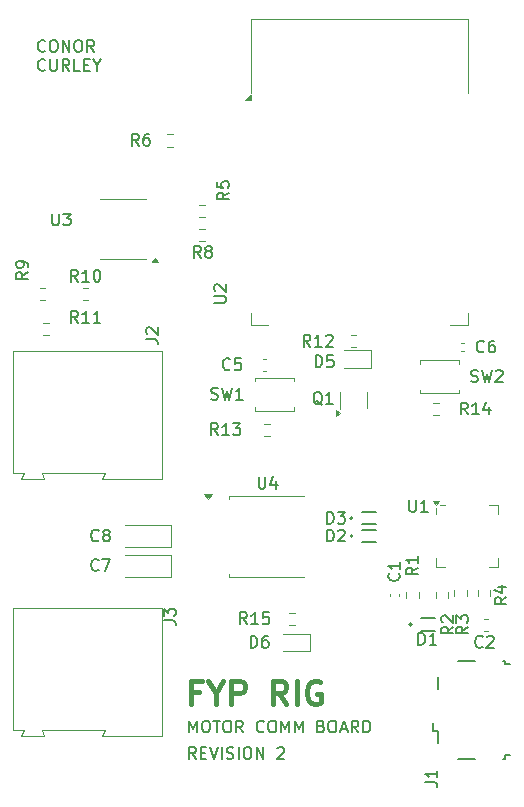
<source format=gbr>
%TF.GenerationSoftware,KiCad,Pcbnew,8.0.7*%
%TF.CreationDate,2025-02-14T15:53:52+00:00*%
%TF.ProjectId,FYP_Motor_R2,4659505f-4d6f-4746-9f72-5f52322e6b69,rev?*%
%TF.SameCoordinates,Original*%
%TF.FileFunction,Legend,Top*%
%TF.FilePolarity,Positive*%
%FSLAX46Y46*%
G04 Gerber Fmt 4.6, Leading zero omitted, Abs format (unit mm)*
G04 Created by KiCad (PCBNEW 8.0.7) date 2025-02-14 15:53:52*
%MOMM*%
%LPD*%
G01*
G04 APERTURE LIST*
%ADD10C,0.150000*%
%ADD11C,0.400000*%
%ADD12C,0.160000*%
%ADD13C,0.120000*%
%ADD14C,0.127000*%
%ADD15C,0.200000*%
G04 APERTURE END LIST*
D10*
X101158207Y-92369819D02*
X100824874Y-91893628D01*
X100586779Y-92369819D02*
X100586779Y-91369819D01*
X100586779Y-91369819D02*
X100967731Y-91369819D01*
X100967731Y-91369819D02*
X101062969Y-91417438D01*
X101062969Y-91417438D02*
X101110588Y-91465057D01*
X101110588Y-91465057D02*
X101158207Y-91560295D01*
X101158207Y-91560295D02*
X101158207Y-91703152D01*
X101158207Y-91703152D02*
X101110588Y-91798390D01*
X101110588Y-91798390D02*
X101062969Y-91846009D01*
X101062969Y-91846009D02*
X100967731Y-91893628D01*
X100967731Y-91893628D02*
X100586779Y-91893628D01*
X101586779Y-91846009D02*
X101920112Y-91846009D01*
X102062969Y-92369819D02*
X101586779Y-92369819D01*
X101586779Y-92369819D02*
X101586779Y-91369819D01*
X101586779Y-91369819D02*
X102062969Y-91369819D01*
X102348684Y-91369819D02*
X102682017Y-92369819D01*
X102682017Y-92369819D02*
X103015350Y-91369819D01*
X103348684Y-92369819D02*
X103348684Y-91369819D01*
X103777255Y-92322200D02*
X103920112Y-92369819D01*
X103920112Y-92369819D02*
X104158207Y-92369819D01*
X104158207Y-92369819D02*
X104253445Y-92322200D01*
X104253445Y-92322200D02*
X104301064Y-92274580D01*
X104301064Y-92274580D02*
X104348683Y-92179342D01*
X104348683Y-92179342D02*
X104348683Y-92084104D01*
X104348683Y-92084104D02*
X104301064Y-91988866D01*
X104301064Y-91988866D02*
X104253445Y-91941247D01*
X104253445Y-91941247D02*
X104158207Y-91893628D01*
X104158207Y-91893628D02*
X103967731Y-91846009D01*
X103967731Y-91846009D02*
X103872493Y-91798390D01*
X103872493Y-91798390D02*
X103824874Y-91750771D01*
X103824874Y-91750771D02*
X103777255Y-91655533D01*
X103777255Y-91655533D02*
X103777255Y-91560295D01*
X103777255Y-91560295D02*
X103824874Y-91465057D01*
X103824874Y-91465057D02*
X103872493Y-91417438D01*
X103872493Y-91417438D02*
X103967731Y-91369819D01*
X103967731Y-91369819D02*
X104205826Y-91369819D01*
X104205826Y-91369819D02*
X104348683Y-91417438D01*
X104777255Y-92369819D02*
X104777255Y-91369819D01*
X105443921Y-91369819D02*
X105634397Y-91369819D01*
X105634397Y-91369819D02*
X105729635Y-91417438D01*
X105729635Y-91417438D02*
X105824873Y-91512676D01*
X105824873Y-91512676D02*
X105872492Y-91703152D01*
X105872492Y-91703152D02*
X105872492Y-92036485D01*
X105872492Y-92036485D02*
X105824873Y-92226961D01*
X105824873Y-92226961D02*
X105729635Y-92322200D01*
X105729635Y-92322200D02*
X105634397Y-92369819D01*
X105634397Y-92369819D02*
X105443921Y-92369819D01*
X105443921Y-92369819D02*
X105348683Y-92322200D01*
X105348683Y-92322200D02*
X105253445Y-92226961D01*
X105253445Y-92226961D02*
X105205826Y-92036485D01*
X105205826Y-92036485D02*
X105205826Y-91703152D01*
X105205826Y-91703152D02*
X105253445Y-91512676D01*
X105253445Y-91512676D02*
X105348683Y-91417438D01*
X105348683Y-91417438D02*
X105443921Y-91369819D01*
X106301064Y-92369819D02*
X106301064Y-91369819D01*
X106301064Y-91369819D02*
X106872492Y-92369819D01*
X106872492Y-92369819D02*
X106872492Y-91369819D01*
X108062969Y-91465057D02*
X108110588Y-91417438D01*
X108110588Y-91417438D02*
X108205826Y-91369819D01*
X108205826Y-91369819D02*
X108443921Y-91369819D01*
X108443921Y-91369819D02*
X108539159Y-91417438D01*
X108539159Y-91417438D02*
X108586778Y-91465057D01*
X108586778Y-91465057D02*
X108634397Y-91560295D01*
X108634397Y-91560295D02*
X108634397Y-91655533D01*
X108634397Y-91655533D02*
X108586778Y-91798390D01*
X108586778Y-91798390D02*
X108015350Y-92369819D01*
X108015350Y-92369819D02*
X108634397Y-92369819D01*
X88408207Y-32414636D02*
X88360588Y-32462256D01*
X88360588Y-32462256D02*
X88217731Y-32509875D01*
X88217731Y-32509875D02*
X88122493Y-32509875D01*
X88122493Y-32509875D02*
X87979636Y-32462256D01*
X87979636Y-32462256D02*
X87884398Y-32367017D01*
X87884398Y-32367017D02*
X87836779Y-32271779D01*
X87836779Y-32271779D02*
X87789160Y-32081303D01*
X87789160Y-32081303D02*
X87789160Y-31938446D01*
X87789160Y-31938446D02*
X87836779Y-31747970D01*
X87836779Y-31747970D02*
X87884398Y-31652732D01*
X87884398Y-31652732D02*
X87979636Y-31557494D01*
X87979636Y-31557494D02*
X88122493Y-31509875D01*
X88122493Y-31509875D02*
X88217731Y-31509875D01*
X88217731Y-31509875D02*
X88360588Y-31557494D01*
X88360588Y-31557494D02*
X88408207Y-31605113D01*
X89027255Y-31509875D02*
X89217731Y-31509875D01*
X89217731Y-31509875D02*
X89312969Y-31557494D01*
X89312969Y-31557494D02*
X89408207Y-31652732D01*
X89408207Y-31652732D02*
X89455826Y-31843208D01*
X89455826Y-31843208D02*
X89455826Y-32176541D01*
X89455826Y-32176541D02*
X89408207Y-32367017D01*
X89408207Y-32367017D02*
X89312969Y-32462256D01*
X89312969Y-32462256D02*
X89217731Y-32509875D01*
X89217731Y-32509875D02*
X89027255Y-32509875D01*
X89027255Y-32509875D02*
X88932017Y-32462256D01*
X88932017Y-32462256D02*
X88836779Y-32367017D01*
X88836779Y-32367017D02*
X88789160Y-32176541D01*
X88789160Y-32176541D02*
X88789160Y-31843208D01*
X88789160Y-31843208D02*
X88836779Y-31652732D01*
X88836779Y-31652732D02*
X88932017Y-31557494D01*
X88932017Y-31557494D02*
X89027255Y-31509875D01*
X89884398Y-32509875D02*
X89884398Y-31509875D01*
X89884398Y-31509875D02*
X90455826Y-32509875D01*
X90455826Y-32509875D02*
X90455826Y-31509875D01*
X91122493Y-31509875D02*
X91312969Y-31509875D01*
X91312969Y-31509875D02*
X91408207Y-31557494D01*
X91408207Y-31557494D02*
X91503445Y-31652732D01*
X91503445Y-31652732D02*
X91551064Y-31843208D01*
X91551064Y-31843208D02*
X91551064Y-32176541D01*
X91551064Y-32176541D02*
X91503445Y-32367017D01*
X91503445Y-32367017D02*
X91408207Y-32462256D01*
X91408207Y-32462256D02*
X91312969Y-32509875D01*
X91312969Y-32509875D02*
X91122493Y-32509875D01*
X91122493Y-32509875D02*
X91027255Y-32462256D01*
X91027255Y-32462256D02*
X90932017Y-32367017D01*
X90932017Y-32367017D02*
X90884398Y-32176541D01*
X90884398Y-32176541D02*
X90884398Y-31843208D01*
X90884398Y-31843208D02*
X90932017Y-31652732D01*
X90932017Y-31652732D02*
X91027255Y-31557494D01*
X91027255Y-31557494D02*
X91122493Y-31509875D01*
X92551064Y-32509875D02*
X92217731Y-32033684D01*
X91979636Y-32509875D02*
X91979636Y-31509875D01*
X91979636Y-31509875D02*
X92360588Y-31509875D01*
X92360588Y-31509875D02*
X92455826Y-31557494D01*
X92455826Y-31557494D02*
X92503445Y-31605113D01*
X92503445Y-31605113D02*
X92551064Y-31700351D01*
X92551064Y-31700351D02*
X92551064Y-31843208D01*
X92551064Y-31843208D02*
X92503445Y-31938446D01*
X92503445Y-31938446D02*
X92455826Y-31986065D01*
X92455826Y-31986065D02*
X92360588Y-32033684D01*
X92360588Y-32033684D02*
X91979636Y-32033684D01*
X88408207Y-34024580D02*
X88360588Y-34072200D01*
X88360588Y-34072200D02*
X88217731Y-34119819D01*
X88217731Y-34119819D02*
X88122493Y-34119819D01*
X88122493Y-34119819D02*
X87979636Y-34072200D01*
X87979636Y-34072200D02*
X87884398Y-33976961D01*
X87884398Y-33976961D02*
X87836779Y-33881723D01*
X87836779Y-33881723D02*
X87789160Y-33691247D01*
X87789160Y-33691247D02*
X87789160Y-33548390D01*
X87789160Y-33548390D02*
X87836779Y-33357914D01*
X87836779Y-33357914D02*
X87884398Y-33262676D01*
X87884398Y-33262676D02*
X87979636Y-33167438D01*
X87979636Y-33167438D02*
X88122493Y-33119819D01*
X88122493Y-33119819D02*
X88217731Y-33119819D01*
X88217731Y-33119819D02*
X88360588Y-33167438D01*
X88360588Y-33167438D02*
X88408207Y-33215057D01*
X88836779Y-33119819D02*
X88836779Y-33929342D01*
X88836779Y-33929342D02*
X88884398Y-34024580D01*
X88884398Y-34024580D02*
X88932017Y-34072200D01*
X88932017Y-34072200D02*
X89027255Y-34119819D01*
X89027255Y-34119819D02*
X89217731Y-34119819D01*
X89217731Y-34119819D02*
X89312969Y-34072200D01*
X89312969Y-34072200D02*
X89360588Y-34024580D01*
X89360588Y-34024580D02*
X89408207Y-33929342D01*
X89408207Y-33929342D02*
X89408207Y-33119819D01*
X90455826Y-34119819D02*
X90122493Y-33643628D01*
X89884398Y-34119819D02*
X89884398Y-33119819D01*
X89884398Y-33119819D02*
X90265350Y-33119819D01*
X90265350Y-33119819D02*
X90360588Y-33167438D01*
X90360588Y-33167438D02*
X90408207Y-33215057D01*
X90408207Y-33215057D02*
X90455826Y-33310295D01*
X90455826Y-33310295D02*
X90455826Y-33453152D01*
X90455826Y-33453152D02*
X90408207Y-33548390D01*
X90408207Y-33548390D02*
X90360588Y-33596009D01*
X90360588Y-33596009D02*
X90265350Y-33643628D01*
X90265350Y-33643628D02*
X89884398Y-33643628D01*
X91360588Y-34119819D02*
X90884398Y-34119819D01*
X90884398Y-34119819D02*
X90884398Y-33119819D01*
X91693922Y-33596009D02*
X92027255Y-33596009D01*
X92170112Y-34119819D02*
X91693922Y-34119819D01*
X91693922Y-34119819D02*
X91693922Y-33119819D01*
X91693922Y-33119819D02*
X92170112Y-33119819D01*
X92789160Y-33643628D02*
X92789160Y-34119819D01*
X92455827Y-33119819D02*
X92789160Y-33643628D01*
X92789160Y-33643628D02*
X93122493Y-33119819D01*
D11*
X101406014Y-86686819D02*
X100739347Y-86686819D01*
X100739347Y-87734438D02*
X100739347Y-85734438D01*
X100739347Y-85734438D02*
X101691728Y-85734438D01*
X102834585Y-86782057D02*
X102834585Y-87734438D01*
X102167919Y-85734438D02*
X102834585Y-86782057D01*
X102834585Y-86782057D02*
X103501252Y-85734438D01*
X104167919Y-87734438D02*
X104167919Y-85734438D01*
X104167919Y-85734438D02*
X104929824Y-85734438D01*
X104929824Y-85734438D02*
X105120300Y-85829676D01*
X105120300Y-85829676D02*
X105215538Y-85924914D01*
X105215538Y-85924914D02*
X105310776Y-86115390D01*
X105310776Y-86115390D02*
X105310776Y-86401104D01*
X105310776Y-86401104D02*
X105215538Y-86591580D01*
X105215538Y-86591580D02*
X105120300Y-86686819D01*
X105120300Y-86686819D02*
X104929824Y-86782057D01*
X104929824Y-86782057D02*
X104167919Y-86782057D01*
X108834586Y-87734438D02*
X108167919Y-86782057D01*
X107691729Y-87734438D02*
X107691729Y-85734438D01*
X107691729Y-85734438D02*
X108453634Y-85734438D01*
X108453634Y-85734438D02*
X108644110Y-85829676D01*
X108644110Y-85829676D02*
X108739348Y-85924914D01*
X108739348Y-85924914D02*
X108834586Y-86115390D01*
X108834586Y-86115390D02*
X108834586Y-86401104D01*
X108834586Y-86401104D02*
X108739348Y-86591580D01*
X108739348Y-86591580D02*
X108644110Y-86686819D01*
X108644110Y-86686819D02*
X108453634Y-86782057D01*
X108453634Y-86782057D02*
X107691729Y-86782057D01*
X109691729Y-87734438D02*
X109691729Y-85734438D01*
X111691729Y-85829676D02*
X111501253Y-85734438D01*
X111501253Y-85734438D02*
X111215539Y-85734438D01*
X111215539Y-85734438D02*
X110929824Y-85829676D01*
X110929824Y-85829676D02*
X110739348Y-86020152D01*
X110739348Y-86020152D02*
X110644110Y-86210628D01*
X110644110Y-86210628D02*
X110548872Y-86591580D01*
X110548872Y-86591580D02*
X110548872Y-86877295D01*
X110548872Y-86877295D02*
X110644110Y-87258247D01*
X110644110Y-87258247D02*
X110739348Y-87448723D01*
X110739348Y-87448723D02*
X110929824Y-87639200D01*
X110929824Y-87639200D02*
X111215539Y-87734438D01*
X111215539Y-87734438D02*
X111406015Y-87734438D01*
X111406015Y-87734438D02*
X111691729Y-87639200D01*
X111691729Y-87639200D02*
X111786967Y-87543961D01*
X111786967Y-87543961D02*
X111786967Y-86877295D01*
X111786967Y-86877295D02*
X111406015Y-86877295D01*
D10*
X100586779Y-90119819D02*
X100586779Y-89119819D01*
X100586779Y-89119819D02*
X100920112Y-89834104D01*
X100920112Y-89834104D02*
X101253445Y-89119819D01*
X101253445Y-89119819D02*
X101253445Y-90119819D01*
X101920112Y-89119819D02*
X102110588Y-89119819D01*
X102110588Y-89119819D02*
X102205826Y-89167438D01*
X102205826Y-89167438D02*
X102301064Y-89262676D01*
X102301064Y-89262676D02*
X102348683Y-89453152D01*
X102348683Y-89453152D02*
X102348683Y-89786485D01*
X102348683Y-89786485D02*
X102301064Y-89976961D01*
X102301064Y-89976961D02*
X102205826Y-90072200D01*
X102205826Y-90072200D02*
X102110588Y-90119819D01*
X102110588Y-90119819D02*
X101920112Y-90119819D01*
X101920112Y-90119819D02*
X101824874Y-90072200D01*
X101824874Y-90072200D02*
X101729636Y-89976961D01*
X101729636Y-89976961D02*
X101682017Y-89786485D01*
X101682017Y-89786485D02*
X101682017Y-89453152D01*
X101682017Y-89453152D02*
X101729636Y-89262676D01*
X101729636Y-89262676D02*
X101824874Y-89167438D01*
X101824874Y-89167438D02*
X101920112Y-89119819D01*
X102634398Y-89119819D02*
X103205826Y-89119819D01*
X102920112Y-90119819D02*
X102920112Y-89119819D01*
X103729636Y-89119819D02*
X103920112Y-89119819D01*
X103920112Y-89119819D02*
X104015350Y-89167438D01*
X104015350Y-89167438D02*
X104110588Y-89262676D01*
X104110588Y-89262676D02*
X104158207Y-89453152D01*
X104158207Y-89453152D02*
X104158207Y-89786485D01*
X104158207Y-89786485D02*
X104110588Y-89976961D01*
X104110588Y-89976961D02*
X104015350Y-90072200D01*
X104015350Y-90072200D02*
X103920112Y-90119819D01*
X103920112Y-90119819D02*
X103729636Y-90119819D01*
X103729636Y-90119819D02*
X103634398Y-90072200D01*
X103634398Y-90072200D02*
X103539160Y-89976961D01*
X103539160Y-89976961D02*
X103491541Y-89786485D01*
X103491541Y-89786485D02*
X103491541Y-89453152D01*
X103491541Y-89453152D02*
X103539160Y-89262676D01*
X103539160Y-89262676D02*
X103634398Y-89167438D01*
X103634398Y-89167438D02*
X103729636Y-89119819D01*
X105158207Y-90119819D02*
X104824874Y-89643628D01*
X104586779Y-90119819D02*
X104586779Y-89119819D01*
X104586779Y-89119819D02*
X104967731Y-89119819D01*
X104967731Y-89119819D02*
X105062969Y-89167438D01*
X105062969Y-89167438D02*
X105110588Y-89215057D01*
X105110588Y-89215057D02*
X105158207Y-89310295D01*
X105158207Y-89310295D02*
X105158207Y-89453152D01*
X105158207Y-89453152D02*
X105110588Y-89548390D01*
X105110588Y-89548390D02*
X105062969Y-89596009D01*
X105062969Y-89596009D02*
X104967731Y-89643628D01*
X104967731Y-89643628D02*
X104586779Y-89643628D01*
X106920112Y-90024580D02*
X106872493Y-90072200D01*
X106872493Y-90072200D02*
X106729636Y-90119819D01*
X106729636Y-90119819D02*
X106634398Y-90119819D01*
X106634398Y-90119819D02*
X106491541Y-90072200D01*
X106491541Y-90072200D02*
X106396303Y-89976961D01*
X106396303Y-89976961D02*
X106348684Y-89881723D01*
X106348684Y-89881723D02*
X106301065Y-89691247D01*
X106301065Y-89691247D02*
X106301065Y-89548390D01*
X106301065Y-89548390D02*
X106348684Y-89357914D01*
X106348684Y-89357914D02*
X106396303Y-89262676D01*
X106396303Y-89262676D02*
X106491541Y-89167438D01*
X106491541Y-89167438D02*
X106634398Y-89119819D01*
X106634398Y-89119819D02*
X106729636Y-89119819D01*
X106729636Y-89119819D02*
X106872493Y-89167438D01*
X106872493Y-89167438D02*
X106920112Y-89215057D01*
X107539160Y-89119819D02*
X107729636Y-89119819D01*
X107729636Y-89119819D02*
X107824874Y-89167438D01*
X107824874Y-89167438D02*
X107920112Y-89262676D01*
X107920112Y-89262676D02*
X107967731Y-89453152D01*
X107967731Y-89453152D02*
X107967731Y-89786485D01*
X107967731Y-89786485D02*
X107920112Y-89976961D01*
X107920112Y-89976961D02*
X107824874Y-90072200D01*
X107824874Y-90072200D02*
X107729636Y-90119819D01*
X107729636Y-90119819D02*
X107539160Y-90119819D01*
X107539160Y-90119819D02*
X107443922Y-90072200D01*
X107443922Y-90072200D02*
X107348684Y-89976961D01*
X107348684Y-89976961D02*
X107301065Y-89786485D01*
X107301065Y-89786485D02*
X107301065Y-89453152D01*
X107301065Y-89453152D02*
X107348684Y-89262676D01*
X107348684Y-89262676D02*
X107443922Y-89167438D01*
X107443922Y-89167438D02*
X107539160Y-89119819D01*
X108396303Y-90119819D02*
X108396303Y-89119819D01*
X108396303Y-89119819D02*
X108729636Y-89834104D01*
X108729636Y-89834104D02*
X109062969Y-89119819D01*
X109062969Y-89119819D02*
X109062969Y-90119819D01*
X109539160Y-90119819D02*
X109539160Y-89119819D01*
X109539160Y-89119819D02*
X109872493Y-89834104D01*
X109872493Y-89834104D02*
X110205826Y-89119819D01*
X110205826Y-89119819D02*
X110205826Y-90119819D01*
X111777255Y-89596009D02*
X111920112Y-89643628D01*
X111920112Y-89643628D02*
X111967731Y-89691247D01*
X111967731Y-89691247D02*
X112015350Y-89786485D01*
X112015350Y-89786485D02*
X112015350Y-89929342D01*
X112015350Y-89929342D02*
X111967731Y-90024580D01*
X111967731Y-90024580D02*
X111920112Y-90072200D01*
X111920112Y-90072200D02*
X111824874Y-90119819D01*
X111824874Y-90119819D02*
X111443922Y-90119819D01*
X111443922Y-90119819D02*
X111443922Y-89119819D01*
X111443922Y-89119819D02*
X111777255Y-89119819D01*
X111777255Y-89119819D02*
X111872493Y-89167438D01*
X111872493Y-89167438D02*
X111920112Y-89215057D01*
X111920112Y-89215057D02*
X111967731Y-89310295D01*
X111967731Y-89310295D02*
X111967731Y-89405533D01*
X111967731Y-89405533D02*
X111920112Y-89500771D01*
X111920112Y-89500771D02*
X111872493Y-89548390D01*
X111872493Y-89548390D02*
X111777255Y-89596009D01*
X111777255Y-89596009D02*
X111443922Y-89596009D01*
X112634398Y-89119819D02*
X112824874Y-89119819D01*
X112824874Y-89119819D02*
X112920112Y-89167438D01*
X112920112Y-89167438D02*
X113015350Y-89262676D01*
X113015350Y-89262676D02*
X113062969Y-89453152D01*
X113062969Y-89453152D02*
X113062969Y-89786485D01*
X113062969Y-89786485D02*
X113015350Y-89976961D01*
X113015350Y-89976961D02*
X112920112Y-90072200D01*
X112920112Y-90072200D02*
X112824874Y-90119819D01*
X112824874Y-90119819D02*
X112634398Y-90119819D01*
X112634398Y-90119819D02*
X112539160Y-90072200D01*
X112539160Y-90072200D02*
X112443922Y-89976961D01*
X112443922Y-89976961D02*
X112396303Y-89786485D01*
X112396303Y-89786485D02*
X112396303Y-89453152D01*
X112396303Y-89453152D02*
X112443922Y-89262676D01*
X112443922Y-89262676D02*
X112539160Y-89167438D01*
X112539160Y-89167438D02*
X112634398Y-89119819D01*
X113443922Y-89834104D02*
X113920112Y-89834104D01*
X113348684Y-90119819D02*
X113682017Y-89119819D01*
X113682017Y-89119819D02*
X114015350Y-90119819D01*
X114920112Y-90119819D02*
X114586779Y-89643628D01*
X114348684Y-90119819D02*
X114348684Y-89119819D01*
X114348684Y-89119819D02*
X114729636Y-89119819D01*
X114729636Y-89119819D02*
X114824874Y-89167438D01*
X114824874Y-89167438D02*
X114872493Y-89215057D01*
X114872493Y-89215057D02*
X114920112Y-89310295D01*
X114920112Y-89310295D02*
X114920112Y-89453152D01*
X114920112Y-89453152D02*
X114872493Y-89548390D01*
X114872493Y-89548390D02*
X114824874Y-89596009D01*
X114824874Y-89596009D02*
X114729636Y-89643628D01*
X114729636Y-89643628D02*
X114348684Y-89643628D01*
X115348684Y-90119819D02*
X115348684Y-89119819D01*
X115348684Y-89119819D02*
X115586779Y-89119819D01*
X115586779Y-89119819D02*
X115729636Y-89167438D01*
X115729636Y-89167438D02*
X115824874Y-89262676D01*
X115824874Y-89262676D02*
X115872493Y-89357914D01*
X115872493Y-89357914D02*
X115920112Y-89548390D01*
X115920112Y-89548390D02*
X115920112Y-89691247D01*
X115920112Y-89691247D02*
X115872493Y-89881723D01*
X115872493Y-89881723D02*
X115824874Y-89976961D01*
X115824874Y-89976961D02*
X115729636Y-90072200D01*
X115729636Y-90072200D02*
X115586779Y-90119819D01*
X115586779Y-90119819D02*
X115348684Y-90119819D01*
X125563333Y-57859580D02*
X125515714Y-57907200D01*
X125515714Y-57907200D02*
X125372857Y-57954819D01*
X125372857Y-57954819D02*
X125277619Y-57954819D01*
X125277619Y-57954819D02*
X125134762Y-57907200D01*
X125134762Y-57907200D02*
X125039524Y-57811961D01*
X125039524Y-57811961D02*
X124991905Y-57716723D01*
X124991905Y-57716723D02*
X124944286Y-57526247D01*
X124944286Y-57526247D02*
X124944286Y-57383390D01*
X124944286Y-57383390D02*
X124991905Y-57192914D01*
X124991905Y-57192914D02*
X125039524Y-57097676D01*
X125039524Y-57097676D02*
X125134762Y-57002438D01*
X125134762Y-57002438D02*
X125277619Y-56954819D01*
X125277619Y-56954819D02*
X125372857Y-56954819D01*
X125372857Y-56954819D02*
X125515714Y-57002438D01*
X125515714Y-57002438D02*
X125563333Y-57050057D01*
X126420476Y-56954819D02*
X126230000Y-56954819D01*
X126230000Y-56954819D02*
X126134762Y-57002438D01*
X126134762Y-57002438D02*
X126087143Y-57050057D01*
X126087143Y-57050057D02*
X125991905Y-57192914D01*
X125991905Y-57192914D02*
X125944286Y-57383390D01*
X125944286Y-57383390D02*
X125944286Y-57764342D01*
X125944286Y-57764342D02*
X125991905Y-57859580D01*
X125991905Y-57859580D02*
X126039524Y-57907200D01*
X126039524Y-57907200D02*
X126134762Y-57954819D01*
X126134762Y-57954819D02*
X126325238Y-57954819D01*
X126325238Y-57954819D02*
X126420476Y-57907200D01*
X126420476Y-57907200D02*
X126468095Y-57859580D01*
X126468095Y-57859580D02*
X126515714Y-57764342D01*
X126515714Y-57764342D02*
X126515714Y-57526247D01*
X126515714Y-57526247D02*
X126468095Y-57431009D01*
X126468095Y-57431009D02*
X126420476Y-57383390D01*
X126420476Y-57383390D02*
X126325238Y-57335771D01*
X126325238Y-57335771D02*
X126134762Y-57335771D01*
X126134762Y-57335771D02*
X126039524Y-57383390D01*
X126039524Y-57383390D02*
X125991905Y-57431009D01*
X125991905Y-57431009D02*
X125944286Y-57526247D01*
X120604819Y-94358333D02*
X121319104Y-94358333D01*
X121319104Y-94358333D02*
X121461961Y-94405952D01*
X121461961Y-94405952D02*
X121557200Y-94501190D01*
X121557200Y-94501190D02*
X121604819Y-94644047D01*
X121604819Y-94644047D02*
X121604819Y-94739285D01*
X121604819Y-93358333D02*
X121604819Y-93929761D01*
X121604819Y-93644047D02*
X120604819Y-93644047D01*
X120604819Y-93644047D02*
X120747676Y-93739285D01*
X120747676Y-93739285D02*
X120842914Y-93834523D01*
X120842914Y-93834523D02*
X120890533Y-93929761D01*
X112261905Y-73954819D02*
X112261905Y-72954819D01*
X112261905Y-72954819D02*
X112500000Y-72954819D01*
X112500000Y-72954819D02*
X112642857Y-73002438D01*
X112642857Y-73002438D02*
X112738095Y-73097676D01*
X112738095Y-73097676D02*
X112785714Y-73192914D01*
X112785714Y-73192914D02*
X112833333Y-73383390D01*
X112833333Y-73383390D02*
X112833333Y-73526247D01*
X112833333Y-73526247D02*
X112785714Y-73716723D01*
X112785714Y-73716723D02*
X112738095Y-73811961D01*
X112738095Y-73811961D02*
X112642857Y-73907200D01*
X112642857Y-73907200D02*
X112500000Y-73954819D01*
X112500000Y-73954819D02*
X112261905Y-73954819D01*
X113214286Y-73050057D02*
X113261905Y-73002438D01*
X113261905Y-73002438D02*
X113357143Y-72954819D01*
X113357143Y-72954819D02*
X113595238Y-72954819D01*
X113595238Y-72954819D02*
X113690476Y-73002438D01*
X113690476Y-73002438D02*
X113738095Y-73050057D01*
X113738095Y-73050057D02*
X113785714Y-73145295D01*
X113785714Y-73145295D02*
X113785714Y-73240533D01*
X113785714Y-73240533D02*
X113738095Y-73383390D01*
X113738095Y-73383390D02*
X113166667Y-73954819D01*
X113166667Y-73954819D02*
X113785714Y-73954819D01*
X122954819Y-81166666D02*
X122478628Y-81499999D01*
X122954819Y-81738094D02*
X121954819Y-81738094D01*
X121954819Y-81738094D02*
X121954819Y-81357142D01*
X121954819Y-81357142D02*
X122002438Y-81261904D01*
X122002438Y-81261904D02*
X122050057Y-81214285D01*
X122050057Y-81214285D02*
X122145295Y-81166666D01*
X122145295Y-81166666D02*
X122288152Y-81166666D01*
X122288152Y-81166666D02*
X122383390Y-81214285D01*
X122383390Y-81214285D02*
X122431009Y-81261904D01*
X122431009Y-81261904D02*
X122478628Y-81357142D01*
X122478628Y-81357142D02*
X122478628Y-81738094D01*
X122050057Y-80785713D02*
X122002438Y-80738094D01*
X122002438Y-80738094D02*
X121954819Y-80642856D01*
X121954819Y-80642856D02*
X121954819Y-80404761D01*
X121954819Y-80404761D02*
X122002438Y-80309523D01*
X122002438Y-80309523D02*
X122050057Y-80261904D01*
X122050057Y-80261904D02*
X122145295Y-80214285D01*
X122145295Y-80214285D02*
X122240533Y-80214285D01*
X122240533Y-80214285D02*
X122383390Y-80261904D01*
X122383390Y-80261904D02*
X122954819Y-80833332D01*
X122954819Y-80833332D02*
X122954819Y-80214285D01*
X91182142Y-51954819D02*
X90848809Y-51478628D01*
X90610714Y-51954819D02*
X90610714Y-50954819D01*
X90610714Y-50954819D02*
X90991666Y-50954819D01*
X90991666Y-50954819D02*
X91086904Y-51002438D01*
X91086904Y-51002438D02*
X91134523Y-51050057D01*
X91134523Y-51050057D02*
X91182142Y-51145295D01*
X91182142Y-51145295D02*
X91182142Y-51288152D01*
X91182142Y-51288152D02*
X91134523Y-51383390D01*
X91134523Y-51383390D02*
X91086904Y-51431009D01*
X91086904Y-51431009D02*
X90991666Y-51478628D01*
X90991666Y-51478628D02*
X90610714Y-51478628D01*
X92134523Y-51954819D02*
X91563095Y-51954819D01*
X91848809Y-51954819D02*
X91848809Y-50954819D01*
X91848809Y-50954819D02*
X91753571Y-51097676D01*
X91753571Y-51097676D02*
X91658333Y-51192914D01*
X91658333Y-51192914D02*
X91563095Y-51240533D01*
X92753571Y-50954819D02*
X92848809Y-50954819D01*
X92848809Y-50954819D02*
X92944047Y-51002438D01*
X92944047Y-51002438D02*
X92991666Y-51050057D01*
X92991666Y-51050057D02*
X93039285Y-51145295D01*
X93039285Y-51145295D02*
X93086904Y-51335771D01*
X93086904Y-51335771D02*
X93086904Y-51573866D01*
X93086904Y-51573866D02*
X93039285Y-51764342D01*
X93039285Y-51764342D02*
X92991666Y-51859580D01*
X92991666Y-51859580D02*
X92944047Y-51907200D01*
X92944047Y-51907200D02*
X92848809Y-51954819D01*
X92848809Y-51954819D02*
X92753571Y-51954819D01*
X92753571Y-51954819D02*
X92658333Y-51907200D01*
X92658333Y-51907200D02*
X92610714Y-51859580D01*
X92610714Y-51859580D02*
X92563095Y-51764342D01*
X92563095Y-51764342D02*
X92515476Y-51573866D01*
X92515476Y-51573866D02*
X92515476Y-51335771D01*
X92515476Y-51335771D02*
X92563095Y-51145295D01*
X92563095Y-51145295D02*
X92610714Y-51050057D01*
X92610714Y-51050057D02*
X92658333Y-51002438D01*
X92658333Y-51002438D02*
X92753571Y-50954819D01*
X105806905Y-82954819D02*
X105806905Y-81954819D01*
X105806905Y-81954819D02*
X106045000Y-81954819D01*
X106045000Y-81954819D02*
X106187857Y-82002438D01*
X106187857Y-82002438D02*
X106283095Y-82097676D01*
X106283095Y-82097676D02*
X106330714Y-82192914D01*
X106330714Y-82192914D02*
X106378333Y-82383390D01*
X106378333Y-82383390D02*
X106378333Y-82526247D01*
X106378333Y-82526247D02*
X106330714Y-82716723D01*
X106330714Y-82716723D02*
X106283095Y-82811961D01*
X106283095Y-82811961D02*
X106187857Y-82907200D01*
X106187857Y-82907200D02*
X106045000Y-82954819D01*
X106045000Y-82954819D02*
X105806905Y-82954819D01*
X107235476Y-81954819D02*
X107045000Y-81954819D01*
X107045000Y-81954819D02*
X106949762Y-82002438D01*
X106949762Y-82002438D02*
X106902143Y-82050057D01*
X106902143Y-82050057D02*
X106806905Y-82192914D01*
X106806905Y-82192914D02*
X106759286Y-82383390D01*
X106759286Y-82383390D02*
X106759286Y-82764342D01*
X106759286Y-82764342D02*
X106806905Y-82859580D01*
X106806905Y-82859580D02*
X106854524Y-82907200D01*
X106854524Y-82907200D02*
X106949762Y-82954819D01*
X106949762Y-82954819D02*
X107140238Y-82954819D01*
X107140238Y-82954819D02*
X107235476Y-82907200D01*
X107235476Y-82907200D02*
X107283095Y-82859580D01*
X107283095Y-82859580D02*
X107330714Y-82764342D01*
X107330714Y-82764342D02*
X107330714Y-82526247D01*
X107330714Y-82526247D02*
X107283095Y-82431009D01*
X107283095Y-82431009D02*
X107235476Y-82383390D01*
X107235476Y-82383390D02*
X107140238Y-82335771D01*
X107140238Y-82335771D02*
X106949762Y-82335771D01*
X106949762Y-82335771D02*
X106854524Y-82383390D01*
X106854524Y-82383390D02*
X106806905Y-82431009D01*
X106806905Y-82431009D02*
X106759286Y-82526247D01*
X104058333Y-59359580D02*
X104010714Y-59407200D01*
X104010714Y-59407200D02*
X103867857Y-59454819D01*
X103867857Y-59454819D02*
X103772619Y-59454819D01*
X103772619Y-59454819D02*
X103629762Y-59407200D01*
X103629762Y-59407200D02*
X103534524Y-59311961D01*
X103534524Y-59311961D02*
X103486905Y-59216723D01*
X103486905Y-59216723D02*
X103439286Y-59026247D01*
X103439286Y-59026247D02*
X103439286Y-58883390D01*
X103439286Y-58883390D02*
X103486905Y-58692914D01*
X103486905Y-58692914D02*
X103534524Y-58597676D01*
X103534524Y-58597676D02*
X103629762Y-58502438D01*
X103629762Y-58502438D02*
X103772619Y-58454819D01*
X103772619Y-58454819D02*
X103867857Y-58454819D01*
X103867857Y-58454819D02*
X104010714Y-58502438D01*
X104010714Y-58502438D02*
X104058333Y-58550057D01*
X104963095Y-58454819D02*
X104486905Y-58454819D01*
X104486905Y-58454819D02*
X104439286Y-58931009D01*
X104439286Y-58931009D02*
X104486905Y-58883390D01*
X104486905Y-58883390D02*
X104582143Y-58835771D01*
X104582143Y-58835771D02*
X104820238Y-58835771D01*
X104820238Y-58835771D02*
X104915476Y-58883390D01*
X104915476Y-58883390D02*
X104963095Y-58931009D01*
X104963095Y-58931009D02*
X105010714Y-59026247D01*
X105010714Y-59026247D02*
X105010714Y-59264342D01*
X105010714Y-59264342D02*
X104963095Y-59359580D01*
X104963095Y-59359580D02*
X104915476Y-59407200D01*
X104915476Y-59407200D02*
X104820238Y-59454819D01*
X104820238Y-59454819D02*
X104582143Y-59454819D01*
X104582143Y-59454819D02*
X104486905Y-59407200D01*
X104486905Y-59407200D02*
X104439286Y-59359580D01*
D12*
X112261905Y-72454299D02*
X112261905Y-71454299D01*
X112261905Y-71454299D02*
X112500000Y-71454299D01*
X112500000Y-71454299D02*
X112642857Y-71501918D01*
X112642857Y-71501918D02*
X112738095Y-71597156D01*
X112738095Y-71597156D02*
X112785714Y-71692394D01*
X112785714Y-71692394D02*
X112833333Y-71882870D01*
X112833333Y-71882870D02*
X112833333Y-72025727D01*
X112833333Y-72025727D02*
X112785714Y-72216203D01*
X112785714Y-72216203D02*
X112738095Y-72311441D01*
X112738095Y-72311441D02*
X112642857Y-72406680D01*
X112642857Y-72406680D02*
X112500000Y-72454299D01*
X112500000Y-72454299D02*
X112261905Y-72454299D01*
X113166667Y-71454299D02*
X113785714Y-71454299D01*
X113785714Y-71454299D02*
X113452381Y-71835251D01*
X113452381Y-71835251D02*
X113595238Y-71835251D01*
X113595238Y-71835251D02*
X113690476Y-71882870D01*
X113690476Y-71882870D02*
X113738095Y-71930489D01*
X113738095Y-71930489D02*
X113785714Y-72025727D01*
X113785714Y-72025727D02*
X113785714Y-72263822D01*
X113785714Y-72263822D02*
X113738095Y-72359060D01*
X113738095Y-72359060D02*
X113690476Y-72406680D01*
X113690476Y-72406680D02*
X113595238Y-72454299D01*
X113595238Y-72454299D02*
X113309524Y-72454299D01*
X113309524Y-72454299D02*
X113214286Y-72406680D01*
X113214286Y-72406680D02*
X113166667Y-72359060D01*
D10*
X88988095Y-46204819D02*
X88988095Y-47014342D01*
X88988095Y-47014342D02*
X89035714Y-47109580D01*
X89035714Y-47109580D02*
X89083333Y-47157200D01*
X89083333Y-47157200D02*
X89178571Y-47204819D01*
X89178571Y-47204819D02*
X89369047Y-47204819D01*
X89369047Y-47204819D02*
X89464285Y-47157200D01*
X89464285Y-47157200D02*
X89511904Y-47109580D01*
X89511904Y-47109580D02*
X89559523Y-47014342D01*
X89559523Y-47014342D02*
X89559523Y-46204819D01*
X89940476Y-46204819D02*
X90559523Y-46204819D01*
X90559523Y-46204819D02*
X90226190Y-46585771D01*
X90226190Y-46585771D02*
X90369047Y-46585771D01*
X90369047Y-46585771D02*
X90464285Y-46633390D01*
X90464285Y-46633390D02*
X90511904Y-46681009D01*
X90511904Y-46681009D02*
X90559523Y-46776247D01*
X90559523Y-46776247D02*
X90559523Y-47014342D01*
X90559523Y-47014342D02*
X90511904Y-47109580D01*
X90511904Y-47109580D02*
X90464285Y-47157200D01*
X90464285Y-47157200D02*
X90369047Y-47204819D01*
X90369047Y-47204819D02*
X90083333Y-47204819D01*
X90083333Y-47204819D02*
X89988095Y-47157200D01*
X89988095Y-47157200D02*
X89940476Y-47109580D01*
X125438333Y-82859580D02*
X125390714Y-82907200D01*
X125390714Y-82907200D02*
X125247857Y-82954819D01*
X125247857Y-82954819D02*
X125152619Y-82954819D01*
X125152619Y-82954819D02*
X125009762Y-82907200D01*
X125009762Y-82907200D02*
X124914524Y-82811961D01*
X124914524Y-82811961D02*
X124866905Y-82716723D01*
X124866905Y-82716723D02*
X124819286Y-82526247D01*
X124819286Y-82526247D02*
X124819286Y-82383390D01*
X124819286Y-82383390D02*
X124866905Y-82192914D01*
X124866905Y-82192914D02*
X124914524Y-82097676D01*
X124914524Y-82097676D02*
X125009762Y-82002438D01*
X125009762Y-82002438D02*
X125152619Y-81954819D01*
X125152619Y-81954819D02*
X125247857Y-81954819D01*
X125247857Y-81954819D02*
X125390714Y-82002438D01*
X125390714Y-82002438D02*
X125438333Y-82050057D01*
X125819286Y-82050057D02*
X125866905Y-82002438D01*
X125866905Y-82002438D02*
X125962143Y-81954819D01*
X125962143Y-81954819D02*
X126200238Y-81954819D01*
X126200238Y-81954819D02*
X126295476Y-82002438D01*
X126295476Y-82002438D02*
X126343095Y-82050057D01*
X126343095Y-82050057D02*
X126390714Y-82145295D01*
X126390714Y-82145295D02*
X126390714Y-82240533D01*
X126390714Y-82240533D02*
X126343095Y-82383390D01*
X126343095Y-82383390D02*
X125771667Y-82954819D01*
X125771667Y-82954819D02*
X126390714Y-82954819D01*
X102704819Y-53761904D02*
X103514342Y-53761904D01*
X103514342Y-53761904D02*
X103609580Y-53714285D01*
X103609580Y-53714285D02*
X103657200Y-53666666D01*
X103657200Y-53666666D02*
X103704819Y-53571428D01*
X103704819Y-53571428D02*
X103704819Y-53380952D01*
X103704819Y-53380952D02*
X103657200Y-53285714D01*
X103657200Y-53285714D02*
X103609580Y-53238095D01*
X103609580Y-53238095D02*
X103514342Y-53190476D01*
X103514342Y-53190476D02*
X102704819Y-53190476D01*
X102800057Y-52761904D02*
X102752438Y-52714285D01*
X102752438Y-52714285D02*
X102704819Y-52619047D01*
X102704819Y-52619047D02*
X102704819Y-52380952D01*
X102704819Y-52380952D02*
X102752438Y-52285714D01*
X102752438Y-52285714D02*
X102800057Y-52238095D01*
X102800057Y-52238095D02*
X102895295Y-52190476D01*
X102895295Y-52190476D02*
X102990533Y-52190476D01*
X102990533Y-52190476D02*
X103133390Y-52238095D01*
X103133390Y-52238095D02*
X103704819Y-52809523D01*
X103704819Y-52809523D02*
X103704819Y-52190476D01*
X111299405Y-59204819D02*
X111299405Y-58204819D01*
X111299405Y-58204819D02*
X111537500Y-58204819D01*
X111537500Y-58204819D02*
X111680357Y-58252438D01*
X111680357Y-58252438D02*
X111775595Y-58347676D01*
X111775595Y-58347676D02*
X111823214Y-58442914D01*
X111823214Y-58442914D02*
X111870833Y-58633390D01*
X111870833Y-58633390D02*
X111870833Y-58776247D01*
X111870833Y-58776247D02*
X111823214Y-58966723D01*
X111823214Y-58966723D02*
X111775595Y-59061961D01*
X111775595Y-59061961D02*
X111680357Y-59157200D01*
X111680357Y-59157200D02*
X111537500Y-59204819D01*
X111537500Y-59204819D02*
X111299405Y-59204819D01*
X112775595Y-58204819D02*
X112299405Y-58204819D01*
X112299405Y-58204819D02*
X112251786Y-58681009D01*
X112251786Y-58681009D02*
X112299405Y-58633390D01*
X112299405Y-58633390D02*
X112394643Y-58585771D01*
X112394643Y-58585771D02*
X112632738Y-58585771D01*
X112632738Y-58585771D02*
X112727976Y-58633390D01*
X112727976Y-58633390D02*
X112775595Y-58681009D01*
X112775595Y-58681009D02*
X112823214Y-58776247D01*
X112823214Y-58776247D02*
X112823214Y-59014342D01*
X112823214Y-59014342D02*
X112775595Y-59109580D01*
X112775595Y-59109580D02*
X112727976Y-59157200D01*
X112727976Y-59157200D02*
X112632738Y-59204819D01*
X112632738Y-59204819D02*
X112394643Y-59204819D01*
X112394643Y-59204819D02*
X112299405Y-59157200D01*
X112299405Y-59157200D02*
X112251786Y-59109580D01*
X98444819Y-80648333D02*
X99159104Y-80648333D01*
X99159104Y-80648333D02*
X99301961Y-80695952D01*
X99301961Y-80695952D02*
X99397200Y-80791190D01*
X99397200Y-80791190D02*
X99444819Y-80934047D01*
X99444819Y-80934047D02*
X99444819Y-81029285D01*
X98444819Y-80267380D02*
X98444819Y-79648333D01*
X98444819Y-79648333D02*
X98825771Y-79981666D01*
X98825771Y-79981666D02*
X98825771Y-79838809D01*
X98825771Y-79838809D02*
X98873390Y-79743571D01*
X98873390Y-79743571D02*
X98921009Y-79695952D01*
X98921009Y-79695952D02*
X99016247Y-79648333D01*
X99016247Y-79648333D02*
X99254342Y-79648333D01*
X99254342Y-79648333D02*
X99349580Y-79695952D01*
X99349580Y-79695952D02*
X99397200Y-79743571D01*
X99397200Y-79743571D02*
X99444819Y-79838809D01*
X99444819Y-79838809D02*
X99444819Y-80124523D01*
X99444819Y-80124523D02*
X99397200Y-80219761D01*
X99397200Y-80219761D02*
X99349580Y-80267380D01*
X124466667Y-60407200D02*
X124609524Y-60454819D01*
X124609524Y-60454819D02*
X124847619Y-60454819D01*
X124847619Y-60454819D02*
X124942857Y-60407200D01*
X124942857Y-60407200D02*
X124990476Y-60359580D01*
X124990476Y-60359580D02*
X125038095Y-60264342D01*
X125038095Y-60264342D02*
X125038095Y-60169104D01*
X125038095Y-60169104D02*
X124990476Y-60073866D01*
X124990476Y-60073866D02*
X124942857Y-60026247D01*
X124942857Y-60026247D02*
X124847619Y-59978628D01*
X124847619Y-59978628D02*
X124657143Y-59931009D01*
X124657143Y-59931009D02*
X124561905Y-59883390D01*
X124561905Y-59883390D02*
X124514286Y-59835771D01*
X124514286Y-59835771D02*
X124466667Y-59740533D01*
X124466667Y-59740533D02*
X124466667Y-59645295D01*
X124466667Y-59645295D02*
X124514286Y-59550057D01*
X124514286Y-59550057D02*
X124561905Y-59502438D01*
X124561905Y-59502438D02*
X124657143Y-59454819D01*
X124657143Y-59454819D02*
X124895238Y-59454819D01*
X124895238Y-59454819D02*
X125038095Y-59502438D01*
X125371429Y-59454819D02*
X125609524Y-60454819D01*
X125609524Y-60454819D02*
X125800000Y-59740533D01*
X125800000Y-59740533D02*
X125990476Y-60454819D01*
X125990476Y-60454819D02*
X126228572Y-59454819D01*
X126561905Y-59550057D02*
X126609524Y-59502438D01*
X126609524Y-59502438D02*
X126704762Y-59454819D01*
X126704762Y-59454819D02*
X126942857Y-59454819D01*
X126942857Y-59454819D02*
X127038095Y-59502438D01*
X127038095Y-59502438D02*
X127085714Y-59550057D01*
X127085714Y-59550057D02*
X127133333Y-59645295D01*
X127133333Y-59645295D02*
X127133333Y-59740533D01*
X127133333Y-59740533D02*
X127085714Y-59883390D01*
X127085714Y-59883390D02*
X126514286Y-60454819D01*
X126514286Y-60454819D02*
X127133333Y-60454819D01*
X102466667Y-61907200D02*
X102609524Y-61954819D01*
X102609524Y-61954819D02*
X102847619Y-61954819D01*
X102847619Y-61954819D02*
X102942857Y-61907200D01*
X102942857Y-61907200D02*
X102990476Y-61859580D01*
X102990476Y-61859580D02*
X103038095Y-61764342D01*
X103038095Y-61764342D02*
X103038095Y-61669104D01*
X103038095Y-61669104D02*
X102990476Y-61573866D01*
X102990476Y-61573866D02*
X102942857Y-61526247D01*
X102942857Y-61526247D02*
X102847619Y-61478628D01*
X102847619Y-61478628D02*
X102657143Y-61431009D01*
X102657143Y-61431009D02*
X102561905Y-61383390D01*
X102561905Y-61383390D02*
X102514286Y-61335771D01*
X102514286Y-61335771D02*
X102466667Y-61240533D01*
X102466667Y-61240533D02*
X102466667Y-61145295D01*
X102466667Y-61145295D02*
X102514286Y-61050057D01*
X102514286Y-61050057D02*
X102561905Y-61002438D01*
X102561905Y-61002438D02*
X102657143Y-60954819D01*
X102657143Y-60954819D02*
X102895238Y-60954819D01*
X102895238Y-60954819D02*
X103038095Y-61002438D01*
X103371429Y-60954819D02*
X103609524Y-61954819D01*
X103609524Y-61954819D02*
X103800000Y-61240533D01*
X103800000Y-61240533D02*
X103990476Y-61954819D01*
X103990476Y-61954819D02*
X104228572Y-60954819D01*
X105133333Y-61954819D02*
X104561905Y-61954819D01*
X104847619Y-61954819D02*
X104847619Y-60954819D01*
X104847619Y-60954819D02*
X104752381Y-61097676D01*
X104752381Y-61097676D02*
X104657143Y-61192914D01*
X104657143Y-61192914D02*
X104561905Y-61240533D01*
X110857142Y-57454819D02*
X110523809Y-56978628D01*
X110285714Y-57454819D02*
X110285714Y-56454819D01*
X110285714Y-56454819D02*
X110666666Y-56454819D01*
X110666666Y-56454819D02*
X110761904Y-56502438D01*
X110761904Y-56502438D02*
X110809523Y-56550057D01*
X110809523Y-56550057D02*
X110857142Y-56645295D01*
X110857142Y-56645295D02*
X110857142Y-56788152D01*
X110857142Y-56788152D02*
X110809523Y-56883390D01*
X110809523Y-56883390D02*
X110761904Y-56931009D01*
X110761904Y-56931009D02*
X110666666Y-56978628D01*
X110666666Y-56978628D02*
X110285714Y-56978628D01*
X111809523Y-57454819D02*
X111238095Y-57454819D01*
X111523809Y-57454819D02*
X111523809Y-56454819D01*
X111523809Y-56454819D02*
X111428571Y-56597676D01*
X111428571Y-56597676D02*
X111333333Y-56692914D01*
X111333333Y-56692914D02*
X111238095Y-56740533D01*
X112190476Y-56550057D02*
X112238095Y-56502438D01*
X112238095Y-56502438D02*
X112333333Y-56454819D01*
X112333333Y-56454819D02*
X112571428Y-56454819D01*
X112571428Y-56454819D02*
X112666666Y-56502438D01*
X112666666Y-56502438D02*
X112714285Y-56550057D01*
X112714285Y-56550057D02*
X112761904Y-56645295D01*
X112761904Y-56645295D02*
X112761904Y-56740533D01*
X112761904Y-56740533D02*
X112714285Y-56883390D01*
X112714285Y-56883390D02*
X112142857Y-57454819D01*
X112142857Y-57454819D02*
X112761904Y-57454819D01*
X105477142Y-80954819D02*
X105143809Y-80478628D01*
X104905714Y-80954819D02*
X104905714Y-79954819D01*
X104905714Y-79954819D02*
X105286666Y-79954819D01*
X105286666Y-79954819D02*
X105381904Y-80002438D01*
X105381904Y-80002438D02*
X105429523Y-80050057D01*
X105429523Y-80050057D02*
X105477142Y-80145295D01*
X105477142Y-80145295D02*
X105477142Y-80288152D01*
X105477142Y-80288152D02*
X105429523Y-80383390D01*
X105429523Y-80383390D02*
X105381904Y-80431009D01*
X105381904Y-80431009D02*
X105286666Y-80478628D01*
X105286666Y-80478628D02*
X104905714Y-80478628D01*
X106429523Y-80954819D02*
X105858095Y-80954819D01*
X106143809Y-80954819D02*
X106143809Y-79954819D01*
X106143809Y-79954819D02*
X106048571Y-80097676D01*
X106048571Y-80097676D02*
X105953333Y-80192914D01*
X105953333Y-80192914D02*
X105858095Y-80240533D01*
X107334285Y-79954819D02*
X106858095Y-79954819D01*
X106858095Y-79954819D02*
X106810476Y-80431009D01*
X106810476Y-80431009D02*
X106858095Y-80383390D01*
X106858095Y-80383390D02*
X106953333Y-80335771D01*
X106953333Y-80335771D02*
X107191428Y-80335771D01*
X107191428Y-80335771D02*
X107286666Y-80383390D01*
X107286666Y-80383390D02*
X107334285Y-80431009D01*
X107334285Y-80431009D02*
X107381904Y-80526247D01*
X107381904Y-80526247D02*
X107381904Y-80764342D01*
X107381904Y-80764342D02*
X107334285Y-80859580D01*
X107334285Y-80859580D02*
X107286666Y-80907200D01*
X107286666Y-80907200D02*
X107191428Y-80954819D01*
X107191428Y-80954819D02*
X106953333Y-80954819D01*
X106953333Y-80954819D02*
X106858095Y-80907200D01*
X106858095Y-80907200D02*
X106810476Y-80859580D01*
X118359580Y-76666666D02*
X118407200Y-76714285D01*
X118407200Y-76714285D02*
X118454819Y-76857142D01*
X118454819Y-76857142D02*
X118454819Y-76952380D01*
X118454819Y-76952380D02*
X118407200Y-77095237D01*
X118407200Y-77095237D02*
X118311961Y-77190475D01*
X118311961Y-77190475D02*
X118216723Y-77238094D01*
X118216723Y-77238094D02*
X118026247Y-77285713D01*
X118026247Y-77285713D02*
X117883390Y-77285713D01*
X117883390Y-77285713D02*
X117692914Y-77238094D01*
X117692914Y-77238094D02*
X117597676Y-77190475D01*
X117597676Y-77190475D02*
X117502438Y-77095237D01*
X117502438Y-77095237D02*
X117454819Y-76952380D01*
X117454819Y-76952380D02*
X117454819Y-76857142D01*
X117454819Y-76857142D02*
X117502438Y-76714285D01*
X117502438Y-76714285D02*
X117550057Y-76666666D01*
X118454819Y-75714285D02*
X118454819Y-76285713D01*
X118454819Y-75999999D02*
X117454819Y-75999999D01*
X117454819Y-75999999D02*
X117597676Y-76095237D01*
X117597676Y-76095237D02*
X117692914Y-76190475D01*
X117692914Y-76190475D02*
X117740533Y-76285713D01*
X86954819Y-51166666D02*
X86478628Y-51499999D01*
X86954819Y-51738094D02*
X85954819Y-51738094D01*
X85954819Y-51738094D02*
X85954819Y-51357142D01*
X85954819Y-51357142D02*
X86002438Y-51261904D01*
X86002438Y-51261904D02*
X86050057Y-51214285D01*
X86050057Y-51214285D02*
X86145295Y-51166666D01*
X86145295Y-51166666D02*
X86288152Y-51166666D01*
X86288152Y-51166666D02*
X86383390Y-51214285D01*
X86383390Y-51214285D02*
X86431009Y-51261904D01*
X86431009Y-51261904D02*
X86478628Y-51357142D01*
X86478628Y-51357142D02*
X86478628Y-51738094D01*
X86954819Y-50690475D02*
X86954819Y-50499999D01*
X86954819Y-50499999D02*
X86907200Y-50404761D01*
X86907200Y-50404761D02*
X86859580Y-50357142D01*
X86859580Y-50357142D02*
X86716723Y-50261904D01*
X86716723Y-50261904D02*
X86526247Y-50214285D01*
X86526247Y-50214285D02*
X86145295Y-50214285D01*
X86145295Y-50214285D02*
X86050057Y-50261904D01*
X86050057Y-50261904D02*
X86002438Y-50309523D01*
X86002438Y-50309523D02*
X85954819Y-50404761D01*
X85954819Y-50404761D02*
X85954819Y-50595237D01*
X85954819Y-50595237D02*
X86002438Y-50690475D01*
X86002438Y-50690475D02*
X86050057Y-50738094D01*
X86050057Y-50738094D02*
X86145295Y-50785713D01*
X86145295Y-50785713D02*
X86383390Y-50785713D01*
X86383390Y-50785713D02*
X86478628Y-50738094D01*
X86478628Y-50738094D02*
X86526247Y-50690475D01*
X86526247Y-50690475D02*
X86573866Y-50595237D01*
X86573866Y-50595237D02*
X86573866Y-50404761D01*
X86573866Y-50404761D02*
X86526247Y-50309523D01*
X86526247Y-50309523D02*
X86478628Y-50261904D01*
X86478628Y-50261904D02*
X86383390Y-50214285D01*
X120011905Y-82704819D02*
X120011905Y-81704819D01*
X120011905Y-81704819D02*
X120250000Y-81704819D01*
X120250000Y-81704819D02*
X120392857Y-81752438D01*
X120392857Y-81752438D02*
X120488095Y-81847676D01*
X120488095Y-81847676D02*
X120535714Y-81942914D01*
X120535714Y-81942914D02*
X120583333Y-82133390D01*
X120583333Y-82133390D02*
X120583333Y-82276247D01*
X120583333Y-82276247D02*
X120535714Y-82466723D01*
X120535714Y-82466723D02*
X120488095Y-82561961D01*
X120488095Y-82561961D02*
X120392857Y-82657200D01*
X120392857Y-82657200D02*
X120250000Y-82704819D01*
X120250000Y-82704819D02*
X120011905Y-82704819D01*
X121535714Y-82704819D02*
X120964286Y-82704819D01*
X121250000Y-82704819D02*
X121250000Y-81704819D01*
X121250000Y-81704819D02*
X121154762Y-81847676D01*
X121154762Y-81847676D02*
X121059524Y-81942914D01*
X121059524Y-81942914D02*
X120964286Y-81990533D01*
X124182142Y-63204819D02*
X123848809Y-62728628D01*
X123610714Y-63204819D02*
X123610714Y-62204819D01*
X123610714Y-62204819D02*
X123991666Y-62204819D01*
X123991666Y-62204819D02*
X124086904Y-62252438D01*
X124086904Y-62252438D02*
X124134523Y-62300057D01*
X124134523Y-62300057D02*
X124182142Y-62395295D01*
X124182142Y-62395295D02*
X124182142Y-62538152D01*
X124182142Y-62538152D02*
X124134523Y-62633390D01*
X124134523Y-62633390D02*
X124086904Y-62681009D01*
X124086904Y-62681009D02*
X123991666Y-62728628D01*
X123991666Y-62728628D02*
X123610714Y-62728628D01*
X125134523Y-63204819D02*
X124563095Y-63204819D01*
X124848809Y-63204819D02*
X124848809Y-62204819D01*
X124848809Y-62204819D02*
X124753571Y-62347676D01*
X124753571Y-62347676D02*
X124658333Y-62442914D01*
X124658333Y-62442914D02*
X124563095Y-62490533D01*
X125991666Y-62538152D02*
X125991666Y-63204819D01*
X125753571Y-62157200D02*
X125515476Y-62871485D01*
X125515476Y-62871485D02*
X126134523Y-62871485D01*
X96333333Y-40454819D02*
X96000000Y-39978628D01*
X95761905Y-40454819D02*
X95761905Y-39454819D01*
X95761905Y-39454819D02*
X96142857Y-39454819D01*
X96142857Y-39454819D02*
X96238095Y-39502438D01*
X96238095Y-39502438D02*
X96285714Y-39550057D01*
X96285714Y-39550057D02*
X96333333Y-39645295D01*
X96333333Y-39645295D02*
X96333333Y-39788152D01*
X96333333Y-39788152D02*
X96285714Y-39883390D01*
X96285714Y-39883390D02*
X96238095Y-39931009D01*
X96238095Y-39931009D02*
X96142857Y-39978628D01*
X96142857Y-39978628D02*
X95761905Y-39978628D01*
X97190476Y-39454819D02*
X97000000Y-39454819D01*
X97000000Y-39454819D02*
X96904762Y-39502438D01*
X96904762Y-39502438D02*
X96857143Y-39550057D01*
X96857143Y-39550057D02*
X96761905Y-39692914D01*
X96761905Y-39692914D02*
X96714286Y-39883390D01*
X96714286Y-39883390D02*
X96714286Y-40264342D01*
X96714286Y-40264342D02*
X96761905Y-40359580D01*
X96761905Y-40359580D02*
X96809524Y-40407200D01*
X96809524Y-40407200D02*
X96904762Y-40454819D01*
X96904762Y-40454819D02*
X97095238Y-40454819D01*
X97095238Y-40454819D02*
X97190476Y-40407200D01*
X97190476Y-40407200D02*
X97238095Y-40359580D01*
X97238095Y-40359580D02*
X97285714Y-40264342D01*
X97285714Y-40264342D02*
X97285714Y-40026247D01*
X97285714Y-40026247D02*
X97238095Y-39931009D01*
X97238095Y-39931009D02*
X97190476Y-39883390D01*
X97190476Y-39883390D02*
X97095238Y-39835771D01*
X97095238Y-39835771D02*
X96904762Y-39835771D01*
X96904762Y-39835771D02*
X96809524Y-39883390D01*
X96809524Y-39883390D02*
X96761905Y-39931009D01*
X96761905Y-39931009D02*
X96714286Y-40026247D01*
X92923333Y-76359580D02*
X92875714Y-76407200D01*
X92875714Y-76407200D02*
X92732857Y-76454819D01*
X92732857Y-76454819D02*
X92637619Y-76454819D01*
X92637619Y-76454819D02*
X92494762Y-76407200D01*
X92494762Y-76407200D02*
X92399524Y-76311961D01*
X92399524Y-76311961D02*
X92351905Y-76216723D01*
X92351905Y-76216723D02*
X92304286Y-76026247D01*
X92304286Y-76026247D02*
X92304286Y-75883390D01*
X92304286Y-75883390D02*
X92351905Y-75692914D01*
X92351905Y-75692914D02*
X92399524Y-75597676D01*
X92399524Y-75597676D02*
X92494762Y-75502438D01*
X92494762Y-75502438D02*
X92637619Y-75454819D01*
X92637619Y-75454819D02*
X92732857Y-75454819D01*
X92732857Y-75454819D02*
X92875714Y-75502438D01*
X92875714Y-75502438D02*
X92923333Y-75550057D01*
X93256667Y-75454819D02*
X93923333Y-75454819D01*
X93923333Y-75454819D02*
X93494762Y-76454819D01*
X101583333Y-49954819D02*
X101250000Y-49478628D01*
X101011905Y-49954819D02*
X101011905Y-48954819D01*
X101011905Y-48954819D02*
X101392857Y-48954819D01*
X101392857Y-48954819D02*
X101488095Y-49002438D01*
X101488095Y-49002438D02*
X101535714Y-49050057D01*
X101535714Y-49050057D02*
X101583333Y-49145295D01*
X101583333Y-49145295D02*
X101583333Y-49288152D01*
X101583333Y-49288152D02*
X101535714Y-49383390D01*
X101535714Y-49383390D02*
X101488095Y-49431009D01*
X101488095Y-49431009D02*
X101392857Y-49478628D01*
X101392857Y-49478628D02*
X101011905Y-49478628D01*
X102154762Y-49383390D02*
X102059524Y-49335771D01*
X102059524Y-49335771D02*
X102011905Y-49288152D01*
X102011905Y-49288152D02*
X101964286Y-49192914D01*
X101964286Y-49192914D02*
X101964286Y-49145295D01*
X101964286Y-49145295D02*
X102011905Y-49050057D01*
X102011905Y-49050057D02*
X102059524Y-49002438D01*
X102059524Y-49002438D02*
X102154762Y-48954819D01*
X102154762Y-48954819D02*
X102345238Y-48954819D01*
X102345238Y-48954819D02*
X102440476Y-49002438D01*
X102440476Y-49002438D02*
X102488095Y-49050057D01*
X102488095Y-49050057D02*
X102535714Y-49145295D01*
X102535714Y-49145295D02*
X102535714Y-49192914D01*
X102535714Y-49192914D02*
X102488095Y-49288152D01*
X102488095Y-49288152D02*
X102440476Y-49335771D01*
X102440476Y-49335771D02*
X102345238Y-49383390D01*
X102345238Y-49383390D02*
X102154762Y-49383390D01*
X102154762Y-49383390D02*
X102059524Y-49431009D01*
X102059524Y-49431009D02*
X102011905Y-49478628D01*
X102011905Y-49478628D02*
X101964286Y-49573866D01*
X101964286Y-49573866D02*
X101964286Y-49764342D01*
X101964286Y-49764342D02*
X102011905Y-49859580D01*
X102011905Y-49859580D02*
X102059524Y-49907200D01*
X102059524Y-49907200D02*
X102154762Y-49954819D01*
X102154762Y-49954819D02*
X102345238Y-49954819D01*
X102345238Y-49954819D02*
X102440476Y-49907200D01*
X102440476Y-49907200D02*
X102488095Y-49859580D01*
X102488095Y-49859580D02*
X102535714Y-49764342D01*
X102535714Y-49764342D02*
X102535714Y-49573866D01*
X102535714Y-49573866D02*
X102488095Y-49478628D01*
X102488095Y-49478628D02*
X102440476Y-49431009D01*
X102440476Y-49431009D02*
X102345238Y-49383390D01*
X96954819Y-56833333D02*
X97669104Y-56833333D01*
X97669104Y-56833333D02*
X97811961Y-56880952D01*
X97811961Y-56880952D02*
X97907200Y-56976190D01*
X97907200Y-56976190D02*
X97954819Y-57119047D01*
X97954819Y-57119047D02*
X97954819Y-57214285D01*
X97050057Y-56404761D02*
X97002438Y-56357142D01*
X97002438Y-56357142D02*
X96954819Y-56261904D01*
X96954819Y-56261904D02*
X96954819Y-56023809D01*
X96954819Y-56023809D02*
X97002438Y-55928571D01*
X97002438Y-55928571D02*
X97050057Y-55880952D01*
X97050057Y-55880952D02*
X97145295Y-55833333D01*
X97145295Y-55833333D02*
X97240533Y-55833333D01*
X97240533Y-55833333D02*
X97383390Y-55880952D01*
X97383390Y-55880952D02*
X97954819Y-56452380D01*
X97954819Y-56452380D02*
X97954819Y-55833333D01*
X119954819Y-76166666D02*
X119478628Y-76499999D01*
X119954819Y-76738094D02*
X118954819Y-76738094D01*
X118954819Y-76738094D02*
X118954819Y-76357142D01*
X118954819Y-76357142D02*
X119002438Y-76261904D01*
X119002438Y-76261904D02*
X119050057Y-76214285D01*
X119050057Y-76214285D02*
X119145295Y-76166666D01*
X119145295Y-76166666D02*
X119288152Y-76166666D01*
X119288152Y-76166666D02*
X119383390Y-76214285D01*
X119383390Y-76214285D02*
X119431009Y-76261904D01*
X119431009Y-76261904D02*
X119478628Y-76357142D01*
X119478628Y-76357142D02*
X119478628Y-76738094D01*
X119954819Y-75214285D02*
X119954819Y-75785713D01*
X119954819Y-75499999D02*
X118954819Y-75499999D01*
X118954819Y-75499999D02*
X119097676Y-75595237D01*
X119097676Y-75595237D02*
X119192914Y-75690475D01*
X119192914Y-75690475D02*
X119240533Y-75785713D01*
X106478095Y-68479819D02*
X106478095Y-69289342D01*
X106478095Y-69289342D02*
X106525714Y-69384580D01*
X106525714Y-69384580D02*
X106573333Y-69432200D01*
X106573333Y-69432200D02*
X106668571Y-69479819D01*
X106668571Y-69479819D02*
X106859047Y-69479819D01*
X106859047Y-69479819D02*
X106954285Y-69432200D01*
X106954285Y-69432200D02*
X107001904Y-69384580D01*
X107001904Y-69384580D02*
X107049523Y-69289342D01*
X107049523Y-69289342D02*
X107049523Y-68479819D01*
X107954285Y-68813152D02*
X107954285Y-69479819D01*
X107716190Y-68432200D02*
X107478095Y-69146485D01*
X107478095Y-69146485D02*
X108097142Y-69146485D01*
X119238095Y-70454819D02*
X119238095Y-71264342D01*
X119238095Y-71264342D02*
X119285714Y-71359580D01*
X119285714Y-71359580D02*
X119333333Y-71407200D01*
X119333333Y-71407200D02*
X119428571Y-71454819D01*
X119428571Y-71454819D02*
X119619047Y-71454819D01*
X119619047Y-71454819D02*
X119714285Y-71407200D01*
X119714285Y-71407200D02*
X119761904Y-71359580D01*
X119761904Y-71359580D02*
X119809523Y-71264342D01*
X119809523Y-71264342D02*
X119809523Y-70454819D01*
X120809523Y-71454819D02*
X120238095Y-71454819D01*
X120523809Y-71454819D02*
X120523809Y-70454819D01*
X120523809Y-70454819D02*
X120428571Y-70597676D01*
X120428571Y-70597676D02*
X120333333Y-70692914D01*
X120333333Y-70692914D02*
X120238095Y-70740533D01*
X92923333Y-73859580D02*
X92875714Y-73907200D01*
X92875714Y-73907200D02*
X92732857Y-73954819D01*
X92732857Y-73954819D02*
X92637619Y-73954819D01*
X92637619Y-73954819D02*
X92494762Y-73907200D01*
X92494762Y-73907200D02*
X92399524Y-73811961D01*
X92399524Y-73811961D02*
X92351905Y-73716723D01*
X92351905Y-73716723D02*
X92304286Y-73526247D01*
X92304286Y-73526247D02*
X92304286Y-73383390D01*
X92304286Y-73383390D02*
X92351905Y-73192914D01*
X92351905Y-73192914D02*
X92399524Y-73097676D01*
X92399524Y-73097676D02*
X92494762Y-73002438D01*
X92494762Y-73002438D02*
X92637619Y-72954819D01*
X92637619Y-72954819D02*
X92732857Y-72954819D01*
X92732857Y-72954819D02*
X92875714Y-73002438D01*
X92875714Y-73002438D02*
X92923333Y-73050057D01*
X93494762Y-73383390D02*
X93399524Y-73335771D01*
X93399524Y-73335771D02*
X93351905Y-73288152D01*
X93351905Y-73288152D02*
X93304286Y-73192914D01*
X93304286Y-73192914D02*
X93304286Y-73145295D01*
X93304286Y-73145295D02*
X93351905Y-73050057D01*
X93351905Y-73050057D02*
X93399524Y-73002438D01*
X93399524Y-73002438D02*
X93494762Y-72954819D01*
X93494762Y-72954819D02*
X93685238Y-72954819D01*
X93685238Y-72954819D02*
X93780476Y-73002438D01*
X93780476Y-73002438D02*
X93828095Y-73050057D01*
X93828095Y-73050057D02*
X93875714Y-73145295D01*
X93875714Y-73145295D02*
X93875714Y-73192914D01*
X93875714Y-73192914D02*
X93828095Y-73288152D01*
X93828095Y-73288152D02*
X93780476Y-73335771D01*
X93780476Y-73335771D02*
X93685238Y-73383390D01*
X93685238Y-73383390D02*
X93494762Y-73383390D01*
X93494762Y-73383390D02*
X93399524Y-73431009D01*
X93399524Y-73431009D02*
X93351905Y-73478628D01*
X93351905Y-73478628D02*
X93304286Y-73573866D01*
X93304286Y-73573866D02*
X93304286Y-73764342D01*
X93304286Y-73764342D02*
X93351905Y-73859580D01*
X93351905Y-73859580D02*
X93399524Y-73907200D01*
X93399524Y-73907200D02*
X93494762Y-73954819D01*
X93494762Y-73954819D02*
X93685238Y-73954819D01*
X93685238Y-73954819D02*
X93780476Y-73907200D01*
X93780476Y-73907200D02*
X93828095Y-73859580D01*
X93828095Y-73859580D02*
X93875714Y-73764342D01*
X93875714Y-73764342D02*
X93875714Y-73573866D01*
X93875714Y-73573866D02*
X93828095Y-73478628D01*
X93828095Y-73478628D02*
X93780476Y-73431009D01*
X93780476Y-73431009D02*
X93685238Y-73383390D01*
X91182142Y-55454819D02*
X90848809Y-54978628D01*
X90610714Y-55454819D02*
X90610714Y-54454819D01*
X90610714Y-54454819D02*
X90991666Y-54454819D01*
X90991666Y-54454819D02*
X91086904Y-54502438D01*
X91086904Y-54502438D02*
X91134523Y-54550057D01*
X91134523Y-54550057D02*
X91182142Y-54645295D01*
X91182142Y-54645295D02*
X91182142Y-54788152D01*
X91182142Y-54788152D02*
X91134523Y-54883390D01*
X91134523Y-54883390D02*
X91086904Y-54931009D01*
X91086904Y-54931009D02*
X90991666Y-54978628D01*
X90991666Y-54978628D02*
X90610714Y-54978628D01*
X92134523Y-55454819D02*
X91563095Y-55454819D01*
X91848809Y-55454819D02*
X91848809Y-54454819D01*
X91848809Y-54454819D02*
X91753571Y-54597676D01*
X91753571Y-54597676D02*
X91658333Y-54692914D01*
X91658333Y-54692914D02*
X91563095Y-54740533D01*
X93086904Y-55454819D02*
X92515476Y-55454819D01*
X92801190Y-55454819D02*
X92801190Y-54454819D01*
X92801190Y-54454819D02*
X92705952Y-54597676D01*
X92705952Y-54597676D02*
X92610714Y-54692914D01*
X92610714Y-54692914D02*
X92515476Y-54740533D01*
X103954819Y-44416666D02*
X103478628Y-44749999D01*
X103954819Y-44988094D02*
X102954819Y-44988094D01*
X102954819Y-44988094D02*
X102954819Y-44607142D01*
X102954819Y-44607142D02*
X103002438Y-44511904D01*
X103002438Y-44511904D02*
X103050057Y-44464285D01*
X103050057Y-44464285D02*
X103145295Y-44416666D01*
X103145295Y-44416666D02*
X103288152Y-44416666D01*
X103288152Y-44416666D02*
X103383390Y-44464285D01*
X103383390Y-44464285D02*
X103431009Y-44511904D01*
X103431009Y-44511904D02*
X103478628Y-44607142D01*
X103478628Y-44607142D02*
X103478628Y-44988094D01*
X102954819Y-43511904D02*
X102954819Y-43988094D01*
X102954819Y-43988094D02*
X103431009Y-44035713D01*
X103431009Y-44035713D02*
X103383390Y-43988094D01*
X103383390Y-43988094D02*
X103335771Y-43892856D01*
X103335771Y-43892856D02*
X103335771Y-43654761D01*
X103335771Y-43654761D02*
X103383390Y-43559523D01*
X103383390Y-43559523D02*
X103431009Y-43511904D01*
X103431009Y-43511904D02*
X103526247Y-43464285D01*
X103526247Y-43464285D02*
X103764342Y-43464285D01*
X103764342Y-43464285D02*
X103859580Y-43511904D01*
X103859580Y-43511904D02*
X103907200Y-43559523D01*
X103907200Y-43559523D02*
X103954819Y-43654761D01*
X103954819Y-43654761D02*
X103954819Y-43892856D01*
X103954819Y-43892856D02*
X103907200Y-43988094D01*
X103907200Y-43988094D02*
X103859580Y-44035713D01*
X127454819Y-78666666D02*
X126978628Y-78999999D01*
X127454819Y-79238094D02*
X126454819Y-79238094D01*
X126454819Y-79238094D02*
X126454819Y-78857142D01*
X126454819Y-78857142D02*
X126502438Y-78761904D01*
X126502438Y-78761904D02*
X126550057Y-78714285D01*
X126550057Y-78714285D02*
X126645295Y-78666666D01*
X126645295Y-78666666D02*
X126788152Y-78666666D01*
X126788152Y-78666666D02*
X126883390Y-78714285D01*
X126883390Y-78714285D02*
X126931009Y-78761904D01*
X126931009Y-78761904D02*
X126978628Y-78857142D01*
X126978628Y-78857142D02*
X126978628Y-79238094D01*
X126788152Y-77809523D02*
X127454819Y-77809523D01*
X126407200Y-78047618D02*
X127121485Y-78285713D01*
X127121485Y-78285713D02*
X127121485Y-77666666D01*
X103032142Y-64954819D02*
X102698809Y-64478628D01*
X102460714Y-64954819D02*
X102460714Y-63954819D01*
X102460714Y-63954819D02*
X102841666Y-63954819D01*
X102841666Y-63954819D02*
X102936904Y-64002438D01*
X102936904Y-64002438D02*
X102984523Y-64050057D01*
X102984523Y-64050057D02*
X103032142Y-64145295D01*
X103032142Y-64145295D02*
X103032142Y-64288152D01*
X103032142Y-64288152D02*
X102984523Y-64383390D01*
X102984523Y-64383390D02*
X102936904Y-64431009D01*
X102936904Y-64431009D02*
X102841666Y-64478628D01*
X102841666Y-64478628D02*
X102460714Y-64478628D01*
X103984523Y-64954819D02*
X103413095Y-64954819D01*
X103698809Y-64954819D02*
X103698809Y-63954819D01*
X103698809Y-63954819D02*
X103603571Y-64097676D01*
X103603571Y-64097676D02*
X103508333Y-64192914D01*
X103508333Y-64192914D02*
X103413095Y-64240533D01*
X104317857Y-63954819D02*
X104936904Y-63954819D01*
X104936904Y-63954819D02*
X104603571Y-64335771D01*
X104603571Y-64335771D02*
X104746428Y-64335771D01*
X104746428Y-64335771D02*
X104841666Y-64383390D01*
X104841666Y-64383390D02*
X104889285Y-64431009D01*
X104889285Y-64431009D02*
X104936904Y-64526247D01*
X104936904Y-64526247D02*
X104936904Y-64764342D01*
X104936904Y-64764342D02*
X104889285Y-64859580D01*
X104889285Y-64859580D02*
X104841666Y-64907200D01*
X104841666Y-64907200D02*
X104746428Y-64954819D01*
X104746428Y-64954819D02*
X104460714Y-64954819D01*
X104460714Y-64954819D02*
X104365476Y-64907200D01*
X104365476Y-64907200D02*
X104317857Y-64859580D01*
X111854761Y-62400057D02*
X111759523Y-62352438D01*
X111759523Y-62352438D02*
X111664285Y-62257200D01*
X111664285Y-62257200D02*
X111521428Y-62114342D01*
X111521428Y-62114342D02*
X111426190Y-62066723D01*
X111426190Y-62066723D02*
X111330952Y-62066723D01*
X111378571Y-62304819D02*
X111283333Y-62257200D01*
X111283333Y-62257200D02*
X111188095Y-62161961D01*
X111188095Y-62161961D02*
X111140476Y-61971485D01*
X111140476Y-61971485D02*
X111140476Y-61638152D01*
X111140476Y-61638152D02*
X111188095Y-61447676D01*
X111188095Y-61447676D02*
X111283333Y-61352438D01*
X111283333Y-61352438D02*
X111378571Y-61304819D01*
X111378571Y-61304819D02*
X111569047Y-61304819D01*
X111569047Y-61304819D02*
X111664285Y-61352438D01*
X111664285Y-61352438D02*
X111759523Y-61447676D01*
X111759523Y-61447676D02*
X111807142Y-61638152D01*
X111807142Y-61638152D02*
X111807142Y-61971485D01*
X111807142Y-61971485D02*
X111759523Y-62161961D01*
X111759523Y-62161961D02*
X111664285Y-62257200D01*
X111664285Y-62257200D02*
X111569047Y-62304819D01*
X111569047Y-62304819D02*
X111378571Y-62304819D01*
X112759523Y-62304819D02*
X112188095Y-62304819D01*
X112473809Y-62304819D02*
X112473809Y-61304819D01*
X112473809Y-61304819D02*
X112378571Y-61447676D01*
X112378571Y-61447676D02*
X112283333Y-61542914D01*
X112283333Y-61542914D02*
X112188095Y-61590533D01*
X124204819Y-81166666D02*
X123728628Y-81499999D01*
X124204819Y-81738094D02*
X123204819Y-81738094D01*
X123204819Y-81738094D02*
X123204819Y-81357142D01*
X123204819Y-81357142D02*
X123252438Y-81261904D01*
X123252438Y-81261904D02*
X123300057Y-81214285D01*
X123300057Y-81214285D02*
X123395295Y-81166666D01*
X123395295Y-81166666D02*
X123538152Y-81166666D01*
X123538152Y-81166666D02*
X123633390Y-81214285D01*
X123633390Y-81214285D02*
X123681009Y-81261904D01*
X123681009Y-81261904D02*
X123728628Y-81357142D01*
X123728628Y-81357142D02*
X123728628Y-81738094D01*
X123204819Y-80833332D02*
X123204819Y-80214285D01*
X123204819Y-80214285D02*
X123585771Y-80547618D01*
X123585771Y-80547618D02*
X123585771Y-80404761D01*
X123585771Y-80404761D02*
X123633390Y-80309523D01*
X123633390Y-80309523D02*
X123681009Y-80261904D01*
X123681009Y-80261904D02*
X123776247Y-80214285D01*
X123776247Y-80214285D02*
X124014342Y-80214285D01*
X124014342Y-80214285D02*
X124109580Y-80261904D01*
X124109580Y-80261904D02*
X124157200Y-80309523D01*
X124157200Y-80309523D02*
X124204819Y-80404761D01*
X124204819Y-80404761D02*
X124204819Y-80690475D01*
X124204819Y-80690475D02*
X124157200Y-80785713D01*
X124157200Y-80785713D02*
X124109580Y-80833332D01*
D13*
%TO.C,C6*%
X123857836Y-57860000D02*
X123642164Y-57860000D01*
X123857836Y-57140000D02*
X123642164Y-57140000D01*
D10*
%TO.C,J1*%
X121225000Y-89300000D02*
X121225000Y-90025000D01*
X121225000Y-90025000D02*
X121650000Y-90025000D01*
X121650000Y-86425000D02*
X121650000Y-85425000D01*
X121650000Y-90025000D02*
X121650000Y-91025000D01*
X123400000Y-92375000D02*
X124800000Y-92375000D01*
X124800000Y-84075000D02*
X123400000Y-84075000D01*
X127200000Y-92375000D02*
X127350000Y-92375000D01*
X127350000Y-84075000D02*
X127200000Y-84075000D01*
X127350000Y-84375000D02*
X127350000Y-84075000D01*
X127350000Y-92075000D02*
X127800000Y-92075000D01*
X127350000Y-92375000D02*
X127350000Y-92075000D01*
X127800000Y-84375000D02*
X127350000Y-84375000D01*
D14*
%TO.C,D2*%
X115240000Y-72980000D02*
X116440000Y-72980000D01*
X116440000Y-74020000D02*
X115240000Y-74020000D01*
D15*
X114440000Y-73500000D02*
G75*
G02*
X114240000Y-73500000I-100000J0D01*
G01*
X114240000Y-73500000D02*
G75*
G02*
X114440000Y-73500000I100000J0D01*
G01*
D13*
%TO.C,R2*%
X121477500Y-78737258D02*
X121477500Y-78262742D01*
X122522500Y-78737258D02*
X122522500Y-78262742D01*
%TO.C,R10*%
X92062258Y-52477500D02*
X91587742Y-52477500D01*
X92062258Y-53522500D02*
X91587742Y-53522500D01*
%TO.C,D6*%
X108532500Y-83235000D02*
X110817500Y-83235000D01*
X110817500Y-81765000D02*
X108532500Y-81765000D01*
X110817500Y-83235000D02*
X110817500Y-81765000D01*
%TO.C,C5*%
X106859420Y-58490000D02*
X107140580Y-58490000D01*
X106859420Y-59510000D02*
X107140580Y-59510000D01*
D14*
%TO.C,D3*%
X115240000Y-71480000D02*
X116440000Y-71480000D01*
X116440000Y-72520000D02*
X115240000Y-72520000D01*
D15*
X114440000Y-72000000D02*
G75*
G02*
X114240000Y-72000000I-100000J0D01*
G01*
X114240000Y-72000000D02*
G75*
G02*
X114440000Y-72000000I100000J0D01*
G01*
D13*
%TO.C,U3*%
X95000000Y-44940000D02*
X93050000Y-44940000D01*
X95000000Y-44940000D02*
X96950000Y-44940000D01*
X95000000Y-50060000D02*
X93050000Y-50060000D01*
X95000000Y-50060000D02*
X96950000Y-50060000D01*
X97940000Y-50295000D02*
X97460000Y-50295000D01*
X97700000Y-49965000D01*
X97940000Y-50295000D01*
G36*
X97940000Y-50295000D02*
G01*
X97460000Y-50295000D01*
X97700000Y-49965000D01*
X97940000Y-50295000D01*
G37*
%TO.C,C2*%
X125584420Y-80490000D02*
X125865580Y-80490000D01*
X125584420Y-81510000D02*
X125865580Y-81510000D01*
%TO.C,U2*%
X105800000Y-29750000D02*
X105800000Y-35950000D01*
X105800000Y-29750000D02*
X124200000Y-29750000D01*
X105800000Y-54600000D02*
X105800000Y-55600000D01*
X105800000Y-55600000D02*
X107300000Y-55600000D01*
X124200000Y-29750000D02*
X124200000Y-35950000D01*
X124200000Y-55600000D02*
X122700000Y-55600000D01*
X124200000Y-55600000D02*
X124200000Y-54600000D01*
X105800000Y-36625000D02*
X105300000Y-36625000D01*
X105800000Y-36125000D01*
X105800000Y-36625000D01*
G36*
X105800000Y-36625000D02*
G01*
X105300000Y-36625000D01*
X105800000Y-36125000D01*
X105800000Y-36625000D01*
G37*
%TO.C,D5*%
X113737500Y-59235000D02*
X116022500Y-59235000D01*
X116022500Y-57765000D02*
X113737500Y-57765000D01*
X116022500Y-59235000D02*
X116022500Y-57765000D01*
%TO.C,J3*%
X85700000Y-79585000D02*
X85700000Y-89935000D01*
X85700000Y-89935000D02*
X86650000Y-89935000D01*
X86400000Y-90435000D02*
X88300000Y-90435000D01*
X86650000Y-89935000D02*
X86400000Y-90435000D01*
X88100000Y-89935000D02*
X93500000Y-89935000D01*
X88300000Y-90435000D02*
X88350000Y-90435000D01*
X88350000Y-90435000D02*
X88100000Y-89935000D01*
X93200000Y-90435000D02*
X98300000Y-90435000D01*
X93500000Y-89935000D02*
X93200000Y-90435000D01*
X98300000Y-79585000D02*
X85700000Y-79585000D01*
X98300000Y-90435000D02*
X98300000Y-79585000D01*
%TO.C,SW2*%
X120150000Y-58600000D02*
X123450000Y-58600000D01*
X120150000Y-58900000D02*
X120150000Y-58600000D01*
X120150000Y-61100000D02*
X120150000Y-61400000D01*
X120150000Y-61400000D02*
X123450000Y-61400000D01*
X123450000Y-58600000D02*
X123450000Y-58900000D01*
X123450000Y-61400000D02*
X123450000Y-61100000D01*
%TO.C,SW1*%
X106150000Y-60100000D02*
X106150000Y-60400000D01*
X106150000Y-62900000D02*
X106150000Y-62600000D01*
X109450000Y-60100000D02*
X106150000Y-60100000D01*
X109450000Y-60400000D02*
X109450000Y-60100000D01*
X109450000Y-62600000D02*
X109450000Y-62900000D01*
X109450000Y-62900000D02*
X106150000Y-62900000D01*
%TO.C,R12*%
X114262742Y-56477500D02*
X114737258Y-56477500D01*
X114262742Y-57522500D02*
X114737258Y-57522500D01*
%TO.C,R15*%
X109057742Y-79977500D02*
X109532258Y-79977500D01*
X109057742Y-81022500D02*
X109532258Y-81022500D01*
%TO.C,C1*%
X118360000Y-78392164D02*
X118360000Y-78607836D01*
X117640000Y-78392164D02*
X117640000Y-78607836D01*
%TO.C,R9*%
X88412258Y-52477500D02*
X87937742Y-52477500D01*
X88412258Y-53522500D02*
X87937742Y-53522500D01*
D14*
%TO.C,D1*%
X120240000Y-80480000D02*
X121440000Y-80480000D01*
X121440000Y-81520000D02*
X120240000Y-81520000D01*
D15*
X119440000Y-81000000D02*
G75*
G02*
X119240000Y-81000000I-100000J0D01*
G01*
X119240000Y-81000000D02*
G75*
G02*
X119440000Y-81000000I100000J0D01*
G01*
D13*
%TO.C,R14*%
X121262742Y-62227500D02*
X121737258Y-62227500D01*
X121262742Y-63272500D02*
X121737258Y-63272500D01*
%TO.C,R6*%
X99237258Y-39477500D02*
X98762742Y-39477500D01*
X99237258Y-40522500D02*
X98762742Y-40522500D01*
%TO.C,C7*%
X95140000Y-76935000D02*
X99050000Y-76935000D01*
X99050000Y-75065000D02*
X95140000Y-75065000D01*
X99050000Y-76935000D02*
X99050000Y-75065000D01*
%TO.C,R8*%
X101912258Y-47477500D02*
X101437742Y-47477500D01*
X101912258Y-48522500D02*
X101437742Y-48522500D01*
%TO.C,J2*%
X85700000Y-57850000D02*
X85700000Y-68200000D01*
X85700000Y-68200000D02*
X86650000Y-68200000D01*
X86400000Y-68700000D02*
X88300000Y-68700000D01*
X86650000Y-68200000D02*
X86400000Y-68700000D01*
X88100000Y-68200000D02*
X93500000Y-68200000D01*
X88300000Y-68700000D02*
X88350000Y-68700000D01*
X88350000Y-68700000D02*
X88100000Y-68200000D01*
X93200000Y-68700000D02*
X98300000Y-68700000D01*
X93500000Y-68200000D02*
X93200000Y-68700000D01*
X98300000Y-57850000D02*
X85700000Y-57850000D01*
X98300000Y-68700000D02*
X98300000Y-57850000D01*
%TO.C,R1*%
X118977500Y-78737258D02*
X118977500Y-78262742D01*
X120022500Y-78737258D02*
X120022500Y-78262742D01*
%TO.C,U4*%
X103930000Y-70075000D02*
X103930000Y-70345000D01*
X103930000Y-76975000D02*
X103930000Y-76705000D01*
X110350000Y-70075000D02*
X103930000Y-70075000D01*
X110350000Y-76975000D02*
X103930000Y-76975000D01*
X102200000Y-70385000D02*
X101860000Y-69915000D01*
X102540000Y-69915000D01*
X102200000Y-70385000D01*
G36*
X102200000Y-70385000D02*
G01*
X101860000Y-69915000D01*
X102540000Y-69915000D01*
X102200000Y-70385000D01*
G37*
%TO.C,U1*%
X121510000Y-71615000D02*
X121510000Y-71130000D01*
X121510000Y-76110000D02*
X121510000Y-75385000D01*
X122235000Y-70890000D02*
X121810000Y-70890000D01*
X122235000Y-76110000D02*
X121510000Y-76110000D01*
X126005000Y-70890000D02*
X126730000Y-70890000D01*
X126005000Y-76110000D02*
X126730000Y-76110000D01*
X126730000Y-70890000D02*
X126730000Y-71615000D01*
X126730000Y-76110000D02*
X126730000Y-75385000D01*
X121510000Y-70890000D02*
X121270000Y-70560000D01*
X121750000Y-70560000D01*
X121510000Y-70890000D01*
G36*
X121510000Y-70890000D02*
G01*
X121270000Y-70560000D01*
X121750000Y-70560000D01*
X121510000Y-70890000D01*
G37*
%TO.C,C8*%
X95140000Y-74435000D02*
X99050000Y-74435000D01*
X99050000Y-72565000D02*
X95140000Y-72565000D01*
X99050000Y-74435000D02*
X99050000Y-72565000D01*
%TO.C,R11*%
X88737258Y-55477500D02*
X88262742Y-55477500D01*
X88737258Y-56522500D02*
X88262742Y-56522500D01*
%TO.C,R5*%
X101912258Y-45477500D02*
X101437742Y-45477500D01*
X101912258Y-46522500D02*
X101437742Y-46522500D01*
%TO.C,R4*%
X125047500Y-78562258D02*
X125047500Y-78087742D01*
X126092500Y-78562258D02*
X126092500Y-78087742D01*
%TO.C,R13*%
X107412258Y-63977500D02*
X106937742Y-63977500D01*
X107412258Y-65022500D02*
X106937742Y-65022500D01*
%TO.C,Q1*%
X113340000Y-62710000D02*
X113340000Y-61300000D01*
X115660000Y-62700000D02*
X115660000Y-61300000D01*
X113390000Y-63080000D02*
X113060000Y-63320000D01*
X113060000Y-62840000D01*
X113390000Y-63080000D01*
G36*
X113390000Y-63080000D02*
G01*
X113060000Y-63320000D01*
X113060000Y-62840000D01*
X113390000Y-63080000D01*
G37*
%TO.C,R3*%
X123047500Y-78087742D02*
X123047500Y-78562258D01*
X124092500Y-78087742D02*
X124092500Y-78562258D01*
%TD*%
M02*

</source>
